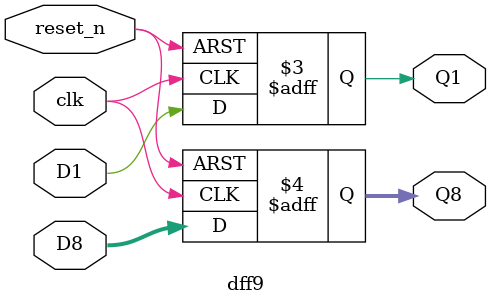
<source format=v>
`timescale 1ns / 1ps

module dff9(
    input clk,
    input reset_n,
    input D1,
    input [7:0] D8,
    output reg Q1,
    output reg [7:0] Q8
);
    always @(posedge clk or negedge reset_n) begin
        if(reset_n == 0) begin
            Q1 <= 1'b0;
            Q8 <= 8'b00000000;
        end
        else begin
            Q1 <= D1;
            Q8 <= D8;
        end
    end
endmodule
</source>
